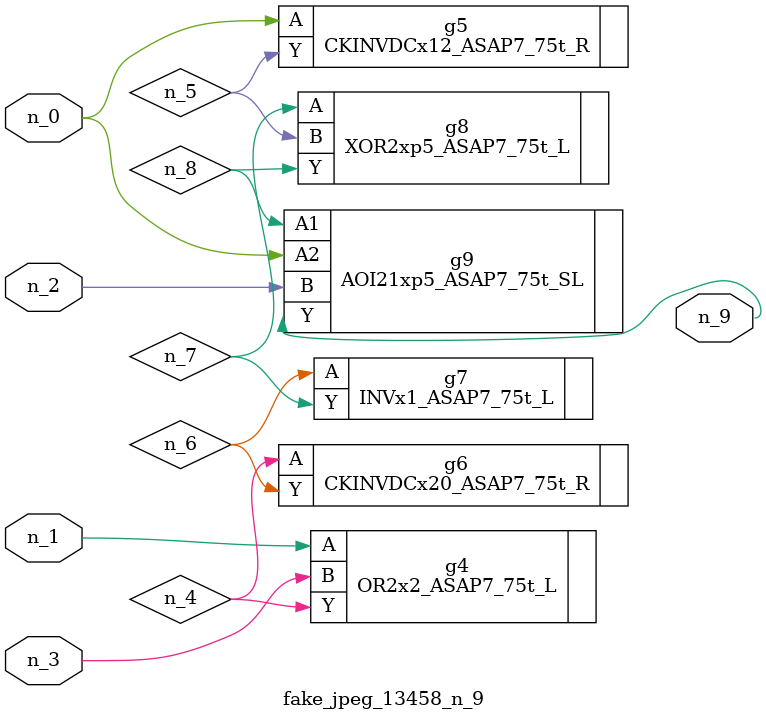
<source format=v>
module fake_jpeg_13458_n_9 (n_0, n_3, n_2, n_1, n_9);

input n_0;
input n_3;
input n_2;
input n_1;

output n_9;

wire n_4;
wire n_8;
wire n_6;
wire n_5;
wire n_7;

OR2x2_ASAP7_75t_L g4 ( 
.A(n_1),
.B(n_3),
.Y(n_4)
);

CKINVDCx12_ASAP7_75t_R g5 ( 
.A(n_0),
.Y(n_5)
);

CKINVDCx20_ASAP7_75t_R g6 ( 
.A(n_4),
.Y(n_6)
);

INVx1_ASAP7_75t_L g7 ( 
.A(n_6),
.Y(n_7)
);

XOR2xp5_ASAP7_75t_L g8 ( 
.A(n_7),
.B(n_5),
.Y(n_8)
);

AOI21xp5_ASAP7_75t_SL g9 ( 
.A1(n_8),
.A2(n_0),
.B(n_2),
.Y(n_9)
);


endmodule
</source>
